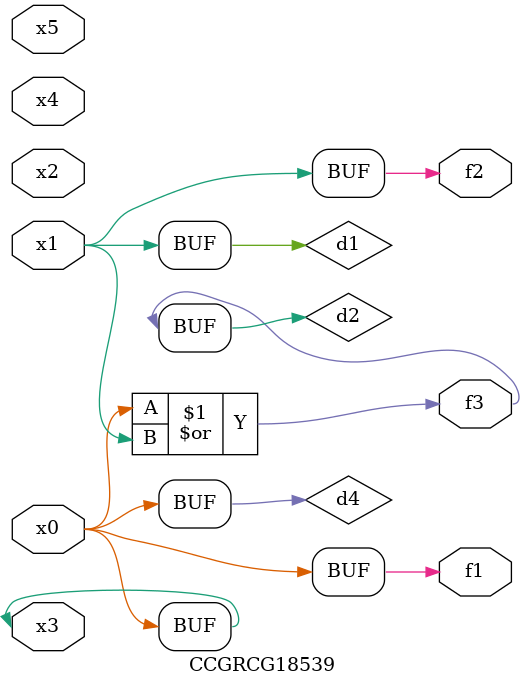
<source format=v>
module CCGRCG18539(
	input x0, x1, x2, x3, x4, x5,
	output f1, f2, f3
);

	wire d1, d2, d3, d4;

	and (d1, x1);
	or (d2, x0, x1);
	nand (d3, x0, x5);
	buf (d4, x0, x3);
	assign f1 = d4;
	assign f2 = d1;
	assign f3 = d2;
endmodule

</source>
